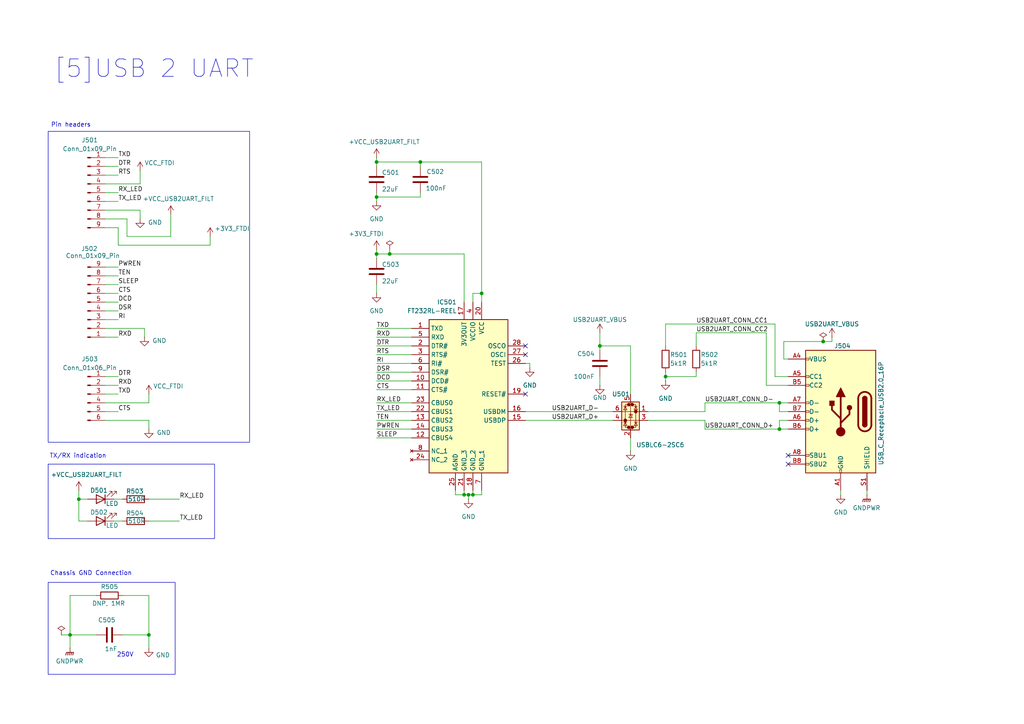
<source format=kicad_sch>
(kicad_sch (version 20250114) (generator "eeschema") (generator_version "9.0")
  (paper "A4")
  (lib_symbols
    (symbol "Connector:Conn_01x06_Pin" (pin_names (offset 1.016) (hide yes))
      (property "Reference" "J" (at 0 7.62 0))
      (property "Value" "Conn_01x06_Pin" (at 0 -10.16 0))
      (symbol "Conn_01x06_Pin_1_1"
        (rectangle (start 0.8636 5.207) (end 0 4.953) (stroke (width 0.1524)) (fill (type outline)))
        (rectangle (start 0.8636 2.667) (end 0 2.413) (stroke (width 0.1524)) (fill (type outline)))
        (rectangle (start 0.8636 0.127) (end 0 -0.127) (stroke (width 0.1524)) (fill (type outline)))
        (rectangle (start 0.8636 -2.413) (end 0 -2.667) (stroke (width 0.1524)) (fill (type outline)))
        (rectangle (start 0.8636 -4.953) (end 0 -5.207) (stroke (width 0.1524)) (fill (type outline)))
        (rectangle (start 0.8636 -7.493) (end 0 -7.747) (stroke (width 0.1524)) (fill (type outline)))
        (polyline (pts (xy 1.27 5.08) (xy 0.8636 5.08)) (stroke (width 0.1524)))
        (polyline (pts (xy 1.27 2.54) (xy 0.8636 2.54)) (stroke (width 0.1524)))
        (polyline (pts (xy 1.27 0) (xy 0.8636 0)) (stroke (width 0.1524)))
        (polyline (pts (xy 1.27 -2.54) (xy 0.8636 -2.54)) (stroke (width 0.1524)))
        (polyline (pts (xy 1.27 -5.08) (xy 0.8636 -5.08)) (stroke (width 0.1524)))
        (polyline (pts (xy 1.27 -7.62) (xy 0.8636 -7.62)) (stroke (width 0.1524)))
        (pin passive line (at 5.08 5.08 180) (length 3.81) (name "Pin_1") (number "1"))
        (pin passive line (at 5.08 2.54 180) (length 3.81) (name "Pin_2") (number "2"))
        (pin passive line (at 5.08 0 180) (length 3.81) (name "Pin_3") (number "3"))
        (pin passive line (at 5.08 -2.54 180) (length 3.81) (name "Pin_4") (number "4"))
        (pin passive line (at 5.08 -5.08 180) (length 3.81) (name "Pin_5") (number "5"))
        (pin passive line (at 5.08 -7.62 180) (length 3.81) (name "Pin_6") (number "6"))
      )
    )
    (symbol "Connector:Conn_01x09_Pin" (pin_names (offset 1.016) (hide yes))
      (property "Reference" "J" (at 0 12.7 0))
      (property "Value" "Conn_01x09_Pin" (at 0 -12.7 0))
      (symbol "Conn_01x09_Pin_1_1"
        (rectangle (start 0.8636 10.287) (end 0 10.033) (stroke (width 0.1524)) (fill (type outline)))
        (rectangle (start 0.8636 7.747) (end 0 7.493) (stroke (width 0.1524)) (fill (type outline)))
        (rectangle (start 0.8636 5.207) (end 0 4.953) (stroke (width 0.1524)) (fill (type outline)))
        (rectangle (start 0.8636 2.667) (end 0 2.413) (stroke (width 0.1524)) (fill (type outline)))
        (rectangle (start 0.8636 0.127) (end 0 -0.127) (stroke (width 0.1524)) (fill (type outline)))
        (rectangle (start 0.8636 -2.413) (end 0 -2.667) (stroke (width 0.1524)) (fill (type outline)))
        (rectangle (start 0.8636 -4.953) (end 0 -5.207) (stroke (width 0.1524)) (fill (type outline)))
        (rectangle (start 0.8636 -7.493) (end 0 -7.747) (stroke (width 0.1524)) (fill (type outline)))
        (rectangle (start 0.8636 -10.033) (end 0 -10.287) (stroke (width 0.1524)) (fill (type outline)))
        (polyline (pts (xy 1.27 10.16) (xy 0.8636 10.16)) (stroke (width 0.1524)))
        (polyline (pts (xy 1.27 7.62) (xy 0.8636 7.62)) (stroke (width 0.1524)))
        (polyline (pts (xy 1.27 5.08) (xy 0.8636 5.08)) (stroke (width 0.1524)))
        (polyline (pts (xy 1.27 2.54) (xy 0.8636 2.54)) (stroke (width 0.1524)))
        (polyline (pts (xy 1.27 0) (xy 0.8636 0)) (stroke (width 0.1524)))
        (polyline (pts (xy 1.27 -2.54) (xy 0.8636 -2.54)) (stroke (width 0.1524)))
        (polyline (pts (xy 1.27 -5.08) (xy 0.8636 -5.08)) (stroke (width 0.1524)))
        (polyline (pts (xy 1.27 -7.62) (xy 0.8636 -7.62)) (stroke (width 0.1524)))
        (polyline (pts (xy 1.27 -10.16) (xy 0.8636 -10.16)) (stroke (width 0.1524)))
        (pin passive line (at 5.08 10.16 180) (length 3.81) (name "Pin_1") (number "1"))
        (pin passive line (at 5.08 7.62 180) (length 3.81) (name "Pin_2") (number "2"))
        (pin passive line (at 5.08 5.08 180) (length 3.81) (name "Pin_3") (number "3"))
        (pin passive line (at 5.08 2.54 180) (length 3.81) (name "Pin_4") (number "4"))
        (pin passive line (at 5.08 0 180) (length 3.81) (name "Pin_5") (number "5"))
        (pin passive line (at 5.08 -2.54 180) (length 3.81) (name "Pin_6") (number "6"))
        (pin passive line (at 5.08 -5.08 180) (length 3.81) (name "Pin_7") (number "7"))
        (pin passive line (at 5.08 -7.62 180) (length 3.81) (name "Pin_8") (number "8"))
        (pin passive line (at 5.08 -10.16 180) (length 3.81) (name "Pin_9") (number "9"))
      )
    )
    (symbol "Connector:USB_C_Receptacle_USB2.0_16P" (pin_names (offset 1.016))
      (property "Reference" "J" (at 0 22.225 0))
      (property "Value" "USB_C_Receptacle_USB2.0_16P" (at 0 19.685 0))
      (symbol "USB_C_Receptacle_USB2.0_16P_0_0"
        (rectangle (start -0.254 -17.78) (end 0.254 -16.764))
        (rectangle (start 10.16 15.494) (end 9.144 14.986))
        (rectangle (start 10.16 10.414) (end 9.144 9.906))
        (rectangle (start 10.16 7.874) (end 9.144 7.366))
        (rectangle (start 10.16 2.794) (end 9.144 2.286))
        (rectangle (start 10.16 0.254) (end 9.144 -0.254))
        (rectangle (start 10.16 -2.286) (end 9.144 -2.794))
        (rectangle (start 10.16 -4.826) (end 9.144 -5.334))
        (rectangle (start 10.16 -12.446) (end 9.144 -12.954))
        (rectangle (start 10.16 -14.986) (end 9.144 -15.494))
      )
      (symbol "USB_C_Receptacle_USB2.0_16P_0_1"
        (rectangle (start -10.16 17.78) (end 10.16 -17.78) (stroke (width 0.254)) (fill (type background)))
        (polyline (pts (xy -8.89 -3.81) (xy -8.89 3.81)) (stroke (width 0.508)))
        (rectangle (start -7.62 -3.81) (end -6.35 3.81) (stroke (width 0.254)) (fill (type outline)))
        (arc (start -7.62 3.81) (mid -6.985 4.4423) (end -6.35 3.81) (stroke (width 0.254)))
        (arc (start -7.62 3.81) (mid -6.985 4.4423) (end -6.35 3.81) (stroke (width 0.254)) (fill (type outline)))
        (arc (start -8.89 3.81) (mid -6.985 5.7067) (end -5.08 3.81) (stroke (width 0.508)))
        (arc (start -5.08 -3.81) (mid -6.985 -5.7067) (end -8.89 -3.81) (stroke (width 0.508)))
        (arc (start -6.35 -3.81) (mid -6.985 -4.4423) (end -7.62 -3.81) (stroke (width 0.254)))
        (arc (start -6.35 -3.81) (mid -6.985 -4.4423) (end -7.62 -3.81) (stroke (width 0.254)) (fill (type outline)))
        (polyline (pts (xy -5.08 3.81) (xy -5.08 -3.81)) (stroke (width 0.508)))
        (circle (center -2.54 1.143) (radius 0.635) (stroke (width 0.254)) (fill (type outline)))
        (polyline (pts (xy -1.27 4.318) (xy 0 6.858) (xy 1.27 4.318) (xy -1.27 4.318)) (stroke (width 0.254)) (fill (type outline)))
        (polyline (pts (xy 0 -2.032) (xy 2.54 0.508) (xy 2.54 1.778)) (stroke (width 0.508)))
        (polyline (pts (xy 0 -3.302) (xy -2.54 -0.762) (xy -2.54 0.508)) (stroke (width 0.508)))
        (polyline (pts (xy 0 -5.842) (xy 0 4.318)) (stroke (width 0.508)))
        (circle (center 0 -5.842) (radius 1.27) (fill (type outline)))
        (rectangle (start 1.905 1.778) (end 3.175 3.048) (stroke (width 0.254)) (fill (type outline)))
      )
      (symbol "USB_C_Receptacle_USB2.0_16P_1_1"
        (pin passive line (at -7.62 -22.86 90) (length 5.08) (name "SHIELD") (number "S1"))
        (pin passive line (at 0 -22.86 90) (length 5.08) (name "GND") (number "A1"))
        (pin passive line (at 0 -22.86 90) (length 5.08) (hide yes) (name "GND") (number "A12"))
        (pin passive line (at 0 -22.86 90) (length 5.08) (hide yes) (name "GND") (number "B1"))
        (pin passive line (at 0 -22.86 90) (length 5.08) (hide yes) (name "GND") (number "B12"))
        (pin passive line (at 15.24 15.24 180) (length 5.08) (name "VBUS") (number "A4"))
        (pin passive line (at 15.24 15.24 180) (length 5.08) (hide yes) (name "VBUS") (number "A9"))
        (pin passive line (at 15.24 15.24 180) (length 5.08) (hide yes) (name "VBUS") (number "B4"))
        (pin passive line (at 15.24 15.24 180) (length 5.08) (hide yes) (name "VBUS") (number "B9"))
        (pin bidirectional line (at 15.24 10.16 180) (length 5.08) (name "CC1") (number "A5"))
        (pin bidirectional line (at 15.24 7.62 180) (length 5.08) (name "CC2") (number "B5"))
        (pin bidirectional line (at 15.24 2.54 180) (length 5.08) (name "D-") (number "A7"))
        (pin bidirectional line (at 15.24 0 180) (length 5.08) (name "D-") (number "B7"))
        (pin bidirectional line (at 15.24 -2.54 180) (length 5.08) (name "D+") (number "A6"))
        (pin bidirectional line (at 15.24 -5.08 180) (length 5.08) (name "D+") (number "B6"))
        (pin bidirectional line (at 15.24 -12.7 180) (length 5.08) (name "SBU1") (number "A8"))
        (pin bidirectional line (at 15.24 -15.24 180) (length 5.08) (name "SBU2") (number "B8"))
      )
    )
    (symbol "Device:C" (pin_numbers (hide yes)) (pin_names (offset 0.254))
      (property "Reference" "C" (at 0.635 2.54 0))
      (property "Value" "C" (at 0.635 -2.54 0))
      (symbol "C_0_1"
        (polyline (pts (xy -2.032 0.762) (xy 2.032 0.762)) (stroke (width 0.508)))
        (polyline (pts (xy -2.032 -0.762) (xy 2.032 -0.762)) (stroke (width 0.508)))
      )
      (symbol "C_1_1"
        (pin passive line (at 0 3.81 270) (length 2.794) (name "~") (number "1"))
        (pin passive line (at 0 -3.81 90) (length 2.794) (name "~") (number "2"))
      )
    )
    (symbol "Device:LED" (pin_numbers (hide yes)) (pin_names (offset 1.016) (hide yes))
      (property "Reference" "D" (at 0 2.54 0))
      (property "Value" "LED" (at 0 -2.54 0))
      (symbol "LED_0_1"
        (polyline (pts (xy -3.048 -0.762) (xy -4.572 -2.286) (xy -3.81 -2.286) (xy -4.572 -2.286) (xy -4.572 -1.524)))
        (polyline (pts (xy -1.778 -0.762) (xy -3.302 -2.286) (xy -2.54 -2.286) (xy -3.302 -2.286) (xy -3.302 -1.524)))
        (polyline (pts (xy -1.27 0) (xy 1.27 0)))
        (polyline (pts (xy -1.27 -1.27) (xy -1.27 1.27)) (stroke (width 0.254)))
        (polyline (pts (xy 1.27 -1.27) (xy 1.27 1.27) (xy -1.27 0) (xy 1.27 -1.27)) (stroke (width 0.254)))
      )
      (symbol "LED_1_1"
        (pin passive line (at -3.81 0 0) (length 2.54) (name "K") (number "1"))
        (pin passive line (at 3.81 0 180) (length 2.54) (name "A") (number "2"))
      )
    )
    (symbol "Device:R" (pin_numbers (hide yes)) (pin_names (offset 0))
      (property "Reference" "R" (at 2.032 0 90))
      (property "Value" "R" (at 0 0 90))
      (symbol "R_0_1"
        (rectangle (start -1.016 -2.54) (end 1.016 2.54) (stroke (width 0.254)))
      )
      (symbol "R_1_1"
        (pin passive line (at 0 3.81 270) (length 1.27) (name "~") (number "1"))
        (pin passive line (at 0 -3.81 90) (length 1.27) (name "~") (number "2"))
      )
    )
    (symbol "GND_4" (power) (pin_numbers (hide yes)) (pin_names (offset 0) (hide yes))
      (property "Value" "GND" (at 0 -3.81 0))
      (symbol "GND_4_0_1"
        (polyline (pts (xy 0 0) (xy 0 -1.27) (xy 1.27 -1.27) (xy 0 -2.54) (xy -1.27 -1.27) (xy 0 -1.27)))
      )
      (symbol "GND_4_1_1"
        (pin power_in line (at 0 0 270) (length 0) (name "~") (number "1"))
      )
    )
    (symbol "GND_5" (power) (pin_numbers (hide yes)) (pin_names (offset 0) (hide yes))
      (property "Value" "GND" (at 0 -3.81 0))
      (symbol "GND_5_0_1"
        (polyline (pts (xy 0 0) (xy 0 -1.27) (xy 1.27 -1.27) (xy 0 -2.54) (xy -1.27 -1.27) (xy 0 -1.27)))
      )
      (symbol "GND_5_1_1"
        (pin power_in line (at 0 0 270) (length 0) (name "~") (number "1"))
      )
    )
    (symbol "GND_6" (power) (pin_numbers (hide yes)) (pin_names (offset 0) (hide yes))
      (property "Value" "GND" (at 0 -3.81 0))
      (symbol "GND_6_0_1"
        (polyline (pts (xy 0 0) (xy 0 -1.27) (xy 1.27 -1.27) (xy 0 -2.54) (xy -1.27 -1.27) (xy 0 -1.27)))
      )
      (symbol "GND_6_1_1"
        (pin power_in line (at 0 0 270) (length 0) (name "~") (number "1"))
      )
    )
    (symbol "GND_7" (power) (pin_numbers (hide yes)) (pin_names (offset 0) (hide yes))
      (property "Value" "GND" (at 0 -3.81 0))
      (symbol "GND_7_0_1"
        (polyline (pts (xy 0 0) (xy 0 -1.27) (xy 1.27 -1.27) (xy 0 -2.54) (xy -1.27 -1.27) (xy 0 -1.27)))
      )
      (symbol "GND_7_1_1"
        (pin power_in line (at 0 0 270) (length 0) (name "~") (number "1"))
      )
    )
    (symbol "Power_Protection:USBLC6-2SC6" (pin_names (hide yes))
      (property "Reference" "U" (at 0.635 5.715 0))
      (property "Value" "USBLC6-2SC6" (at 0.635 3.81 0))
      (symbol "USBLC6-2SC6_0_0"
        (circle (center -1.524 0) (radius 0.0001) (stroke (width 0.508)))
        (circle (center -0.508 2.032) (radius 0.0001) (stroke (width 0.508)))
        (circle (center -0.508 -4.572) (radius 0.0001) (stroke (width 0.508)))
        (circle (center 0.508 2.032) (radius 0.0001) (stroke (width 0.508)))
        (circle (center 0.508 -4.572) (radius 0.0001) (stroke (width 0.508)))
        (circle (center 1.524 -2.54) (radius 0.0001) (stroke (width 0.508)))
      )
      (symbol "USBLC6-2SC6_0_1"
        (polyline (pts (xy -2.54 0) (xy 2.54 0)))
        (polyline (pts (xy -2.54 -2.54) (xy 2.54 -2.54)))
        (polyline (pts (xy -2.032 0.508) (xy -1.016 0.508) (xy -1.524 1.524) (xy -2.032 0.508)))
        (polyline (pts (xy -2.032 -3.048) (xy -1.016 -3.048)))
        (polyline (pts (xy -1.016 1.524) (xy -2.032 1.524)))
        (polyline (pts (xy -1.016 -4.064) (xy -2.032 -4.064) (xy -1.524 -3.048) (xy -1.016 -4.064)))
        (polyline (pts (xy -0.508 -1.143) (xy -0.508 -0.762) (xy 0.508 -0.762)))
        (polyline (pts (xy 0 2.54) (xy -0.508 2.032) (xy 0.508 2.032) (xy 0 1.524) (xy 0 -4.064) (xy -0.508 -4.572) (xy 0.508 -4.572) (xy 0 -5.08)))
        (polyline (pts (xy 0.508 -1.778) (xy -0.508 -1.778) (xy 0 -0.762) (xy 0.508 -1.778)))
        (polyline (pts (xy 1.016 1.524) (xy 2.032 1.524)))
        (polyline (pts (xy 1.016 -3.048) (xy 2.032 -3.048)))
        (polyline (pts (xy 2.032 0.508) (xy 1.016 0.508) (xy 1.524 1.524) (xy 2.032 0.508)))
        (polyline (pts (xy 2.032 -4.064) (xy 1.016 -4.064) (xy 1.524 -3.048) (xy 2.032 -4.064)))
      )
      (symbol "USBLC6-2SC6_1_1"
        (rectangle (start -2.54 2.794) (end 2.54 -5.334) (stroke (width 0.254)) (fill (type background)))
        (polyline (pts (xy -0.508 2.032) (xy -1.524 2.032) (xy -1.524 -4.572) (xy -0.508 -4.572)))
        (polyline (pts (xy 0.508 -4.572) (xy 1.524 -4.572) (xy 1.524 2.032) (xy 0.508 2.032)))
        (pin passive line (at -5.08 0 0) (length 2.54) (name "I/O1") (number "1"))
        (pin passive line (at -5.08 -2.54 0) (length 2.54) (name "I/O2") (number "3"))
        (pin passive line (at 0 5.08 270) (length 2.54) (name "VBUS") (number "5"))
        (pin passive line (at 0 -7.62 90) (length 2.54) (name "GND") (number "2"))
        (pin passive line (at 5.08 0 180) (length 2.54) (name "I/O1") (number "6"))
        (pin passive line (at 5.08 -2.54 180) (length 2.54) (name "I/O2") (number "4"))
      )
    )
    (symbol "power:+5V" (power) (pin_numbers (hide yes)) (pin_names (offset 0) (hide yes))
      (property "Value" "+5V" (at 0 3.556 0))
      (symbol "+5V_0_1"
        (polyline (pts (xy -0.762 1.27) (xy 0 2.54)))
        (polyline (pts (xy 0 2.54) (xy 0.762 1.27)))
        (polyline (pts (xy 0 0) (xy 0 2.54)))
      )
      (symbol "+5V_1_1"
        (pin power_in line (at 0 0 90) (length 0) (name "~") (number "1"))
      )
    )
    (symbol "power:GND" (power) (pin_numbers (hide yes)) (pin_names (offset 0) (hide yes))
      (property "Value" "GND" (at 0 -3.81 0))
      (symbol "GND_0_1"
        (polyline (pts (xy 0 0) (xy 0 -1.27) (xy 1.27 -1.27) (xy 0 -2.54) (xy -1.27 -1.27) (xy 0 -1.27)))
      )
      (symbol "GND_1_1"
        (pin power_in line (at 0 0 270) (length 0) (name "~") (number "1"))
      )
    )
    (symbol "power:GNDPWR" (power) (pin_numbers (hide yes)) (pin_names (offset 0) (hide yes))
      (property "Value" "GNDPWR" (at 0 -3.302 0))
      (symbol "GNDPWR_0_1"
        (polyline (pts (xy -1.016 -1.27) (xy -1.27 -2.032) (xy -1.27 -2.032)) (stroke (width 0.2032)))
        (polyline (pts (xy -0.508 -1.27) (xy -0.762 -2.032) (xy -0.762 -2.032)) (stroke (width 0.2032)))
        (polyline (pts (xy 0 -1.27) (xy 0 0)))
        (polyline (pts (xy 0 -1.27) (xy -0.254 -2.032) (xy -0.254 -2.032)) (stroke (width 0.2032)))
        (polyline (pts (xy 0.508 -1.27) (xy 0.254 -2.032) (xy 0.254 -2.032)) (stroke (width 0.2032)))
        (polyline (pts (xy 1.016 -1.27) (xy -1.016 -1.27) (xy -1.016 -1.27)) (stroke (width 0.2032)))
        (polyline (pts (xy 1.016 -1.27) (xy 0.762 -2.032) (xy 0.762 -2.032) (xy 0.762 -2.032)) (stroke (width 0.2032)))
      )
      (symbol "GNDPWR_1_1"
        (pin power_in line (at 0 0 270) (length 0) (name "~") (number "1"))
      )
    )
    (symbol "power:PWR_FLAG" (power) (pin_numbers (hide yes)) (pin_names (offset 0) (hide yes))
      (property "Value" "PWR_FLAG" (at 0 3.81 0))
      (symbol "PWR_FLAG_0_0"
        (pin power_out line (at 0 0 90) (length 0) (name "~") (number "1"))
      )
      (symbol "PWR_FLAG_0_1"
        (polyline (pts (xy 0 0) (xy 0 1.27) (xy -1.016 1.905) (xy 0 2.54) (xy 1.016 1.905) (xy 0 1.27)))
      )
    )
    (symbol "power:VBUS" (power) (pin_numbers (hide yes)) (pin_names (offset 0) (hide yes))
      (property "Value" "VBUS" (at 0 3.556 0))
      (symbol "VBUS_0_1"
        (polyline (pts (xy -0.762 1.27) (xy 0 2.54)))
        (polyline (pts (xy 0 2.54) (xy 0.762 1.27)))
        (polyline (pts (xy 0 0) (xy 0 2.54)))
      )
      (symbol "VBUS_1_1"
        (pin power_in line (at 0 0 90) (length 0) (name "~") (number "1"))
      )
    )
    (symbol "psu:FT232RL-REEL"
      (property "Reference" "IC" (at 24.13 5.08 0))
      (property "Value" "FT232RL-REEL" (at 24.13 2.54 0))
      (symbol "FT232RL-REEL_1_1"
        (rectangle (start 0 0) (end 22.86 -44.45) (stroke (width 0.254)) (fill (type background)))
        (pin passive line (at -5.08 -7.62 0) (length 5.08) (name "OSCO") (number "28"))
        (pin passive line (at -5.08 -10.16 0) (length 5.08) (name "OSCI") (number "27"))
        (pin passive line (at -5.08 -12.7 0) (length 5.08) (name "TEST") (number "26"))
        (pin passive line (at -5.08 -21.59 0) (length 5.08) (name "RESET#") (number "19"))
        (pin passive line (at -5.08 -26.67 0) (length 5.08) (name "USBDM") (number "16"))
        (pin passive line (at -5.08 -29.21 0) (length 5.08) (name "USBDP") (number "15"))
        (pin passive line (at 7.62 5.08 270) (length 5.08) (name "VCC") (number "20"))
        (pin passive line (at 7.62 -49.53 90) (length 5.08) (name "GND_1") (number "7"))
        (pin passive line (at 10.16 5.08 270) (length 5.08) (name "VCCIO") (number "4"))
        (pin passive line (at 10.16 -49.53 90) (length 5.08) (name "GND_2") (number "18"))
        (pin passive line (at 12.7 5.08 270) (length 5.08) (name "3V3OUT") (number "17"))
        (pin passive line (at 12.7 -49.53 90) (length 5.08) (name "GND_3") (number "21"))
        (pin passive line (at 15.24 -49.53 90) (length 5.08) (name "AGND") (number "25"))
        (pin passive line (at 27.94 -2.54 180) (length 5.08) (name "TXD") (number "1"))
        (pin passive line (at 27.94 -5.08 180) (length 5.08) (name "RXD") (number "5"))
        (pin passive line (at 27.94 -7.62 180) (length 5.08) (name "DTR#") (number "2"))
        (pin passive line (at 27.94 -10.16 180) (length 5.08) (name "RTS#") (number "3"))
        (pin passive line (at 27.94 -12.7 180) (length 5.08) (name "RI#") (number "6"))
        (pin passive line (at 27.94 -15.24 180) (length 5.08) (name "DSR#") (number "9"))
        (pin passive line (at 27.94 -17.78 180) (length 5.08) (name "DCD#") (number "10"))
        (pin passive line (at 27.94 -20.32 180) (length 5.08) (name "CTS#") (number "11"))
        (pin passive line (at 27.94 -24.13 180) (length 5.08) (name "CBUS0") (number "23"))
        (pin passive line (at 27.94 -26.67 180) (length 5.08) (name "CBUS1") (number "22"))
        (pin passive line (at 27.94 -29.21 180) (length 5.08) (name "CBUS2") (number "13"))
        (pin passive line (at 27.94 -31.75 180) (length 5.08) (name "CBUS3") (number "14"))
        (pin passive line (at 27.94 -34.29 180) (length 5.08) (name "CBUS4") (number "12"))
        (pin no_connect line (at 27.94 -38.1 180) (length 5.08) (name "NC_1") (number "8"))
        (pin no_connect line (at 27.94 -40.64 180) (length 5.08) (name "NC_2") (number "24"))
      )
    )
  )
  (rectangle (start 13.97 134.62) (end 62.23 156.21))
  (rectangle (start 13.97 168.91) (end 50.8 195.58))
  (rectangle (start 13.97 38.1) (end 72.39 128.27))
  (text "Chassis GND Connection" (at 26.416 166.37 0) (effects (font (size 1.27 1.27))))
  (text "[5]USB 2 UART" (at 44.704 20.066 0) (effects (font (size 5.08 5.08))))
  (text "Pin headers" (at 20.574 36.322 0) (effects (font (size 1.27 1.27))))
  (text "250V" (at 36.322 189.992 0) (effects (font (size 1.27 1.27))))
  (text "TX/RX indication" (at 22.606 132.334 0) (effects (font (size 1.27 1.27))))
  (junction (at 226.06 116.84))
  (junction (at 226.06 124.46))
  (junction (at 137.16 143.51))
  (junction (at 113.03 73.66))
  (junction (at 173.99 100.33))
  (junction (at 121.92 46.99))
  (junction (at 109.22 57.15))
  (junction (at 43.18 184.15))
  (junction (at 109.22 73.66))
  (junction (at 238.76 99.06))
  (junction (at 20.32 184.15))
  (junction (at 22.86 144.78))
  (junction (at 193.04 109.22))
  (junction (at 109.22 46.99))
  (junction (at 139.7 85.09))
  (junction (at 135.89 143.51))
  (junction (at 134.62 143.51))
  (no_connect (at 228.6 134.62))
  (no_connect (at 152.4 100.33))
  (no_connect (at 152.4 102.87))
  (no_connect (at 228.6 132.08))
  (no_connect (at 152.4 114.3))
  (wire (pts (xy 137.16 87.63) (xy 137.16 85.09)))
  (wire (pts (xy 43.18 151.13) (xy 52.07 151.13)))
  (wire (pts (xy 251.46 142.24) (xy 251.46 143.51)))
  (wire (pts (xy 43.18 144.78) (xy 52.07 144.78)))
  (wire (pts (xy 35.56 172.72) (xy 43.18 172.72)))
  (wire (pts (xy 35.56 184.15) (xy 43.18 184.15)))
  (wire (pts (xy 36.83 63.5) (xy 36.83 68.58)))
  (wire (pts (xy 226.06 121.92) (xy 226.06 124.46)))
  (wire (pts (xy 132.08 142.24) (xy 132.08 143.51)))
  (wire (pts (xy 30.48 77.47) (xy 34.29 77.47)))
  (wire (pts (xy 109.22 127) (xy 119.38 127)))
  (wire (pts (xy 109.22 121.92) (xy 119.38 121.92)))
  (wire (pts (xy 109.22 57.15) (xy 121.92 57.15)))
  (wire (pts (xy 41.91 95.25) (xy 41.91 97.79)))
  (wire (pts (xy 43.18 121.92) (xy 43.18 124.46)))
  (wire (pts (xy 109.22 82.55) (xy 109.22 85.09)))
  (wire (pts (xy 30.48 53.34) (xy 40.64 53.34)))
  (wire (pts (xy 30.48 66.04) (xy 34.29 66.04)))
  (wire (pts (xy 20.32 184.15) (xy 27.94 184.15)))
  (wire (pts (xy 30.48 109.22) (xy 34.29 109.22)))
  (wire (pts (xy 109.22 100.33) (xy 119.38 100.33)))
  (wire (pts (xy 173.99 111.76) (xy 173.99 109.22)))
  (wire (pts (xy 109.22 110.49) (xy 119.38 110.49)))
  (wire (pts (xy 30.48 116.84) (xy 43.18 116.84)))
  (wire (pts (xy 109.22 113.03) (xy 119.38 113.03)))
  (wire (pts (xy 20.32 184.15) (xy 20.32 172.72)))
  (wire (pts (xy 109.22 124.46) (xy 119.38 124.46)))
  (wire (pts (xy 109.22 95.25) (xy 119.38 95.25)))
  (wire (pts (xy 109.22 46.99) (xy 121.92 46.99)))
  (wire (pts (xy 34.29 71.12) (xy 60.96 71.12)))
  (wire (pts (xy 113.03 72.39) (xy 113.03 73.66)))
  (wire (pts (xy 182.88 100.33) (xy 173.99 100.33)))
  (wire (pts (xy 30.48 119.38) (xy 34.29 119.38)))
  (wire (pts (xy 121.92 48.26) (xy 121.92 46.99)))
  (wire (pts (xy 25.4 151.13) (xy 22.86 151.13)))
  (wire (pts (xy 60.96 68.58) (xy 60.96 71.12)))
  (wire (pts (xy 139.7 87.63) (xy 139.7 85.09)))
  (wire (pts (xy 137.16 143.51) (xy 139.7 143.51)))
  (wire (pts (xy 204.47 119.38) (xy 204.47 116.84)))
  (wire (pts (xy 228.6 109.22) (xy 224.79 109.22)))
  (wire (pts (xy 173.99 100.33) (xy 173.99 101.6)))
  (wire (pts (xy 30.48 60.96) (xy 40.64 60.96)))
  (wire (pts (xy 30.48 95.25) (xy 41.91 95.25)))
  (wire (pts (xy 30.48 85.09) (xy 34.29 85.09)))
  (wire (pts (xy 30.48 82.55) (xy 34.29 82.55)))
  (wire (pts (xy 201.93 109.22) (xy 201.93 107.95)))
  (wire (pts (xy 228.6 111.76) (xy 222.25 111.76)))
  (wire (pts (xy 193.04 93.98) (xy 224.79 93.98)))
  (wire (pts (xy 193.04 100.33) (xy 193.04 93.98)))
  (wire (pts (xy 228.6 121.92) (xy 226.06 121.92)))
  (wire (pts (xy 109.22 46.99) (xy 109.22 48.26)))
  (wire (pts (xy 36.83 68.58) (xy 49.53 68.58)))
  (wire (pts (xy 34.29 66.04) (xy 34.29 71.12)))
  (wire (pts (xy 30.48 97.79) (xy 34.29 97.79)))
  (wire (pts (xy 30.48 50.8) (xy 34.29 50.8)))
  (wire (pts (xy 238.76 99.06) (xy 227.33 99.06)))
  (wire (pts (xy 30.48 114.3) (xy 34.29 114.3)))
  (wire (pts (xy 49.53 62.23) (xy 49.53 68.58)))
  (wire (pts (xy 121.92 46.99) (xy 139.7 46.99)))
  (wire (pts (xy 152.4 121.92) (xy 177.8 121.92)))
  (wire (pts (xy 201.93 100.33) (xy 201.93 96.52)))
  (wire (pts (xy 22.86 144.78) (xy 25.4 144.78)))
  (wire (pts (xy 43.18 184.15) (xy 43.18 187.96)))
  (wire (pts (xy 135.89 143.51) (xy 135.89 144.78)))
  (wire (pts (xy 204.47 116.84) (xy 226.06 116.84)))
  (wire (pts (xy 227.33 99.06) (xy 227.33 104.14)))
  (wire (pts (xy 134.62 73.66) (xy 113.03 73.66)))
  (wire (pts (xy 139.7 85.09) (xy 139.7 46.99)))
  (wire (pts (xy 109.22 102.87) (xy 119.38 102.87)))
  (wire (pts (xy 30.48 45.72) (xy 34.29 45.72)))
  (wire (pts (xy 241.3 97.79) (xy 241.3 99.06)))
  (wire (pts (xy 30.48 121.92) (xy 43.18 121.92)))
  (wire (pts (xy 109.22 119.38) (xy 119.38 119.38)))
  (wire (pts (xy 201.93 96.52) (xy 222.25 96.52)))
  (wire (pts (xy 40.64 60.96) (xy 40.64 63.5)))
  (wire (pts (xy 187.96 121.92) (xy 204.47 121.92)))
  (wire (pts (xy 226.06 124.46) (xy 228.6 124.46)))
  (wire (pts (xy 152.4 119.38) (xy 177.8 119.38)))
  (wire (pts (xy 204.47 124.46) (xy 226.06 124.46)))
  (wire (pts (xy 224.79 109.22) (xy 224.79 93.98)))
  (wire (pts (xy 182.88 127) (xy 182.88 130.81)))
  (wire (pts (xy 109.22 55.88) (xy 109.22 57.15)))
  (wire (pts (xy 134.62 143.51) (xy 135.89 143.51)))
  (wire (pts (xy 134.62 87.63) (xy 134.62 73.66)))
  (wire (pts (xy 30.48 111.76) (xy 34.29 111.76)))
  (wire (pts (xy 193.04 109.22) (xy 193.04 107.95)))
  (wire (pts (xy 182.88 114.3) (xy 182.88 100.33)))
  (wire (pts (xy 109.22 72.39) (xy 109.22 73.66)))
  (wire (pts (xy 30.48 80.01) (xy 34.29 80.01)))
  (wire (pts (xy 222.25 111.76) (xy 222.25 96.52)))
  (wire (pts (xy 132.08 143.51) (xy 134.62 143.51)))
  (wire (pts (xy 187.96 119.38) (xy 204.47 119.38)))
  (wire (pts (xy 109.22 97.79) (xy 119.38 97.79)))
  (wire (pts (xy 226.06 119.38) (xy 226.06 116.84)))
  (wire (pts (xy 33.02 151.13) (xy 35.56 151.13)))
  (wire (pts (xy 20.32 184.15) (xy 20.32 187.96)))
  (wire (pts (xy 113.03 73.66) (xy 109.22 73.66)))
  (wire (pts (xy 193.04 109.22) (xy 201.93 109.22)))
  (wire (pts (xy 17.78 184.15) (xy 20.32 184.15)))
  (wire (pts (xy 193.04 110.49) (xy 193.04 109.22)))
  (wire (pts (xy 33.02 144.78) (xy 35.56 144.78)))
  (wire (pts (xy 173.99 96.52) (xy 173.99 100.33)))
  (wire (pts (xy 109.22 105.41) (xy 119.38 105.41)))
  (wire (pts (xy 30.48 63.5) (xy 36.83 63.5)))
  (wire (pts (xy 137.16 142.24) (xy 137.16 143.51)))
  (wire (pts (xy 241.3 99.06) (xy 238.76 99.06)))
  (wire (pts (xy 22.86 151.13) (xy 22.86 144.78)))
  (wire (pts (xy 22.86 142.24) (xy 22.86 144.78)))
  (wire (pts (xy 30.48 48.26) (xy 34.29 48.26)))
  (wire (pts (xy 109.22 57.15) (xy 109.22 58.42)))
  (wire (pts (xy 40.64 53.34) (xy 40.64 49.53)))
  (wire (pts (xy 139.7 142.24) (xy 139.7 143.51)))
  (wire (pts (xy 134.62 142.24) (xy 134.62 143.51)))
  (wire (pts (xy 43.18 172.72) (xy 43.18 184.15)))
  (wire (pts (xy 30.48 58.42) (xy 34.29 58.42)))
  (wire (pts (xy 153.67 105.41) (xy 153.67 106.68)))
  (wire (pts (xy 204.47 121.92) (xy 204.47 124.46)))
  (wire (pts (xy 228.6 119.38) (xy 226.06 119.38)))
  (wire (pts (xy 43.18 116.84) (xy 43.18 114.3)))
  (wire (pts (xy 109.22 45.72) (xy 109.22 46.99)))
  (wire (pts (xy 137.16 85.09) (xy 139.7 85.09)))
  (wire (pts (xy 152.4 105.41) (xy 153.67 105.41)))
  (wire (pts (xy 109.22 107.95) (xy 119.38 107.95)))
  (wire (pts (xy 30.48 92.71) (xy 34.29 92.71)))
  (wire (pts (xy 121.92 55.88) (xy 121.92 57.15)))
  (wire (pts (xy 226.06 116.84) (xy 228.6 116.84)))
  (wire (pts (xy 30.48 87.63) (xy 34.29 87.63)))
  (wire (pts (xy 243.84 143.51) (xy 243.84 142.24)))
  (wire (pts (xy 227.33 104.14) (xy 228.6 104.14)))
  (wire (pts (xy 30.48 90.17) (xy 34.29 90.17)))
  (wire (pts (xy 109.22 73.66) (xy 109.22 74.93)))
  (wire (pts (xy 20.32 172.72) (xy 27.94 172.72)))
  (wire (pts (xy 135.89 143.51) (xy 137.16 143.51)))
  (wire (pts (xy 30.48 55.88) (xy 34.29 55.88)))
  (wire (pts (xy 109.22 116.84) (xy 119.38 116.84)))
  (label "RI" (at 34.29 92.71 0))
  (label "SLEEP" (at 34.29 82.55 0))
  (label "CTS" (at 34.29 85.09 0))
  (label "USB2UART_D+" (at 160.02 121.92 0))
  (label "TXD" (at 34.29 114.3 0))
  (label "TX_LED" (at 109.22 119.38 0))
  (label "TX_LED" (at 34.29 58.42 0))
  (label "DCD" (at 34.29 87.63 0))
  (label "USB2UART_CONN_D+" (at 204.47 124.46 0))
  (label "DSR" (at 34.29 90.17 0))
  (label "PWREN" (at 109.22 124.46 0))
  (label "DTR" (at 109.22 100.33 0))
  (label "RI" (at 109.22 105.41 0))
  (label "USB2UART_CONN_CC2" (at 201.93 96.52 0))
  (label "DTR" (at 34.29 48.26 0))
  (label "PWREN" (at 34.29 77.47 0))
  (label "RXD" (at 34.29 111.76 0))
  (label "USB2UART_D-" (at 160.02 119.38 0))
  (label "DTR" (at 34.29 109.22 0))
  (label "SLEEP" (at 109.22 127 0))
  (label "TEN" (at 34.29 80.01 0))
  (label "RXD" (at 109.22 97.79 0))
  (label "RTS" (at 109.22 102.87 0))
  (label "RX_LED" (at 34.29 55.88 0))
  (label "TX_LED" (at 52.07 151.13 0))
  (label "USB2UART_CONN_CC1" (at 201.93 93.98 0))
  (label "TXD" (at 109.22 95.25 0))
  (label "DCD" (at 109.22 110.49 0))
  (label "RX_LED" (at 109.22 116.84 0))
  (label "TXD" (at 34.29 45.72 0))
  (label "DSR" (at 109.22 107.95 0))
  (label "RTS" (at 34.29 50.8 0))
  (label "CTS" (at 34.29 119.38 0))
  (label "USB2UART_CONN_D-" (at 204.47 116.84 0))
  (label "RX_LED" (at 52.07 144.78 0))
  (label "CTS" (at 109.22 113.03 0))
  (label "TEN" (at 109.22 121.92 0))
  (label "RXD" (at 34.29 97.79 0))
  (symbol (lib_id "power:VBUS") (at 241.3 97.79 0) (unit 1)
    (property "Reference" "#PWR0511" (effects (hide yes)))
    (property "Value" "USB2UART_VBUS" (at 241.3 93.98 0))
    (property "Description" "Power symbol creates a global label with name \"VBUS\"" (effects (hide yes)))
  )
  (symbol (lib_id "Device:R") (at 201.93 104.14 0) (unit 1)
    (property "Reference" "R502" (at 203.2 102.87 0) (effects (justify left)))
    (property "Value" "5k1R" (at 203.2 105.41 0) (effects (justify left)))
    (property "Footprint" "Resistor_SMD:R_0402_1005Metric" (effects (hide yes)))
    (property "LCSC link" "https://www.lcsc.com/product-detail/Chip-Resistor-Surface-Mount_UNI-ROYAL-Uniroyal-Elec-0402WGF5101TCE_C25905.html" (effects (hide yes)))
    (property "Manufacturer" "UNI-ROYAL(Uniroyal Elec)" (effects (hide yes)))
    (property "Manufacturer Part Number" "0402WGF5101TCE" (effects (hide yes)))
  )
  (symbol (lib_id "Device:R") (at 193.04 104.14 0) (unit 1)
    (property "Reference" "R501" (at 194.31 102.87 0) (effects (justify left)))
    (property "Value" "5k1R" (at 194.31 105.41 0) (effects (justify left)))
    (property "Footprint" "Resistor_SMD:R_0402_1005Metric" (effects (hide yes)))
    (property "LCSC link" "https://www.lcsc.com/product-detail/Chip-Resistor-Surface-Mount_UNI-ROYAL-Uniroyal-Elec-0402WGF5101TCE_C25905.html" (effects (hide yes)))
    (property "Manufacturer" "UNI-ROYAL(Uniroyal Elec)" (effects (hide yes)))
    (property "Manufacturer Part Number" "0402WGF5101TCE" (effects (hide yes)))
  )
  (symbol (lib_id "Device:C") (at 109.22 52.07 0) (unit 1)
    (property "Reference" "C501" (at 110.744 50.038 0) (effects (justify left)))
    (property "Value" "22uF" (at 110.744 54.864 0) (effects (justify left)))
    (property "Footprint" "Capacitor_SMD:C_0805_2012Metric" (effects (hide yes)))
    (property "Manufacturer" "Samsung Electro-Mechanics" (effects (hide yes)))
    (property "DigiKey Part Number" "1276-6687-6-ND" (effects (hide yes)))
    (property "Manufacturer Product Number" "CL21A226MQQNNNE" (effects (hide yes)))
  )
  (symbol (lib_id "Device:LED") (at 29.21 144.78 180) (unit 1)
    (property "Reference" "D501" (at 28.702 142.24 0))
    (property "Value" "LED" (at 32.512 146.05 0))
    (property "Footprint" "LED_SMD:LED_0603_1608Metric" (effects (hide yes)))
    (property "Description" "Light emitting diode" (effects (hide yes)))
    (property "Sim.Pins" "1=K 2=A" (effects (hide yes)))
    (property "Manufacturer" "XINGLIGHT" (effects (hide yes)))
    (property "Manufacturer Part Number" "XL-1608SURC-06" (effects (hide yes)))
  )
  (symbol (lib_name "GND_4") (lib_id "power:GND") (at 243.84 143.51 0) (unit 1)
    (property "Reference" "#PWR0519" (effects (hide yes)))
    (property "Value" "GND" (at 243.84 148.59 0))
    (property "Description" "Power symbol creates a global label with name \"GND\" , ground" (effects (hide yes)))
  )
  (symbol (lib_name "GND_5") (lib_id "power:GND") (at 193.04 110.49 0) (unit 1)
    (property "Reference" "#PWR0513" (effects (hide yes)))
    (property "Value" "GND" (at 193.04 115.57 0))
    (property "Description" "Power symbol creates a global label with name \"GND\" , ground" (effects (hide yes)))
  )
  (symbol (lib_id "Connector:USB_C_Receptacle_USB2.0_16P") (at 243.84 119.38 0) (mirror y) (unit 1)
    (property "Reference" "J504" (at 244.348 100.33 0))
    (property "Value" "USB_C_Receptacle_USB2.0_16P" (at 255.524 119.888 90))
    (property "Footprint" "Connector_USB:USB_C_Receptacle_HRO_TYPE-C-31-M-12" (effects (hide yes)))
    (property "Datasheet" "https://www.usb.org/sites/default/files/documents/usb_type-c.zip" (effects (hide yes)))
    (property "Description" "USB 2.0-only 16P Type-C Receptacle connector" (effects (hide yes)))
    (property "Manufacturer" "Korean Hroparts Elec" (effects (hide yes)))
    (property "Manufacturer Part Number" "TYPE-C-31-M-12" (effects (hide yes)))
  )
  (symbol (lib_id "Connector:Conn_01x09_Pin") (at 25.4 87.63 0) (mirror x) (unit 1)
    (property "Reference" "J502" (at 25.908 72.136 0))
    (property "Value" "Conn_01x09_Pin" (at 26.924 74.168 0))
    (property "Footprint" "Connector_PinHeader_2.54mm:PinHeader_1x09_P2.54mm_Vertical" (effects (hide yes)))
    (property "Description" "Generic connector, single row, 01x09, script generated" (effects (hide yes)))
  )
  (symbol (lib_id "psu:FT232RL-REEL") (at 147.32 92.71 0) (mirror y) (unit 1)
    (property "Reference" "IC501" (at 132.4767 87.63 0) (effects (justify left)))
    (property "Value" "FT232RL-REEL" (at 132.4767 90.17 0) (effects (justify left)))
    (property "Footprint" "psu:SOP65P778X200-28N" (effects (hide yes)))
    (property "Datasheet" "http://www.ftdichip.com/Support/Documents/DataSheets/ICs/DS_FT232R.pdf" (effects (hide yes)))
    (property "Description" "USB/Serial IC UART SSOP-28 FTDI Chip FT232RL-REEL, USB Controller, 3MBd, USB 2.0, 1.8  5.25 V, 28-Pin SSOP" (effects (hide yes)))
    (property "Height" "2" (effects (hide yes)))
    (property "Manufacturer_Name" "FTDI Chip" (effects (hide yes)))
    (property "Manufacturer_Part_Number" "FT232RL-REEL" (effects (hide yes)))
    (property "Mouser Part Number" "895-FT232RL" (effects (hide yes)))
    (property "Mouser Price/Stock" "https://www.mouser.co.uk/ProductDetail/FTDI/FT232RL-REEL?qs=D1%2FPMqvA103RC6OU6bKtoA%3D%3D" (effects (hide yes)))
    (property "Arrow Part Number" "FT232RL-REEL" (effects (hide yes)))
    (property "Arrow Price/Stock" "https://www.arrow.com/en/products/ft232rl-reel/ftdi-chip?utm_currency=USD&region=nac" (effects (hide yes)))
  )
  (symbol (lib_id "power:PWR_FLAG") (at 113.03 72.39 0) (unit 1)
    (property "Reference" "#FLG0501" (effects (hide yes)))
    (property "Value" "PWR_FLAG" (effects (hide yes)))
    (property "Description" "Special symbol for telling ERC where power comes from" (effects (hide yes)))
  )
  (symbol (lib_id "Device:R") (at 39.37 151.13 270) (unit 1)
    (property "Reference" "R504" (at 39.116 148.844 90))
    (property "Value" "510R" (at 39.624 151.13 90))
    (property "Footprint" "Resistor_SMD:R_0402_1005Metric" (effects (hide yes)))
    (property "Description" "Resistor" (effects (hide yes)))
    (property "Manufacturer" "UNI-ROYAL(Uniroyal Elec)" (effects (hide yes)))
    (property "Manufacturer Part Number" "0402WGF5100TCE" (effects (hide yes)))
  )
  (symbol (lib_id "Connector:Conn_01x06_Pin") (at 25.4 114.3 0) (unit 1)
    (property "Reference" "J503" (at 26.035 104.14 0))
    (property "Value" "Conn_01x06_Pin" (at 26.035 106.68 0))
    (property "Footprint" "Connector_PinHeader_2.54mm:PinHeader_1x06_P2.54mm_Vertical" (effects (hide yes)))
    (property "Description" "Generic connector, single row, 01x06, script generated" (effects (hide yes)))
  )
  (symbol (lib_name "GND_5") (lib_id "power:GND") (at 153.67 106.68 0) (unit 1)
    (property "Reference" "#PWR0512" (effects (hide yes)))
    (property "Value" "GND" (at 153.67 111.76 0))
    (property "Description" "Power symbol creates a global label with name \"GND\" , ground" (effects (hide yes)))
  )
  (symbol (lib_id "Device:C") (at 109.22 78.74 0) (unit 1)
    (property "Reference" "C503" (at 110.744 76.708 0) (effects (justify left)))
    (property "Value" "22uF" (at 110.744 81.534 0) (effects (justify left)))
    (property "Footprint" "Capacitor_SMD:C_0805_2012Metric" (effects (hide yes)))
    (property "Manufacturer" "Samsung Electro-Mechanics" (effects (hide yes)))
    (property "DigiKey Part Number" "1276-6687-6-ND" (effects (hide yes)))
    (property "Manufacturer Product Number" "CL21A226MQQNNNE" (effects (hide yes)))
  )
  (symbol (lib_id "power:GND") (at 41.91 97.79 0) (mirror y) (unit 1)
    (property "Reference" "#PWR0510" (effects (hide yes)))
    (property "Value" "GND" (at 46.228 98.806 0))
    (property "Description" "Power symbol creates a global label with name \"GND\" , ground" (effects (hide yes)))
  )
  (symbol (lib_id "power:+5V") (at 40.64 49.53 0) (unit 1)
    (property "Reference" "#PWR0502" (effects (hide yes)))
    (property "Value" "VCC_FTDI" (at 41.91 47.244 0) (effects (justify left)))
    (property "Description" "Power symbol creates a global label with name \"+5V\"" (effects (hide yes)))
  )
  (symbol (lib_id "power:GNDPWR") (at 20.32 187.96 0) (unit 1)
    (property "Reference" "#PWR0522" (effects (hide yes)))
    (property "Value" "GNDPWR" (at 20.193 191.77 0))
    (property "Description" "Power symbol creates a global label with name \"GNDPWR\" , global ground" (effects (hide yes)))
  )
  (symbol (lib_name "GND_7") (lib_id "power:GND") (at 109.22 58.42 0) (unit 1)
    (property "Reference" "#PWR0503" (effects (hide yes)))
    (property "Value" "GND" (at 109.22 63.5 0))
    (property "Description" "Power symbol creates a global label with name \"GND\" , ground" (effects (hide yes)))
  )
  (symbol (lib_id "power:PWR_FLAG") (at 17.78 184.15 0) (unit 1)
    (property "Reference" "#FLG0503" (effects (hide yes)))
    (property "Value" "PWR_FLAG" (effects (hide yes)))
    (property "Description" "Special symbol for telling ERC where power comes from" (effects (hide yes)))
  )
  (symbol (lib_id "power:GNDPWR") (at 251.46 143.51 0) (unit 1)
    (property "Reference" "#PWR0520" (effects (hide yes)))
    (property "Value" "GNDPWR" (at 251.333 147.32 0))
    (property "Description" "Power symbol creates a global label with name \"GNDPWR\" , global ground" (effects (hide yes)))
  )
  (symbol (lib_id "power:GND") (at 43.18 124.46 0) (mirror y) (unit 1)
    (property "Reference" "#PWR0516" (effects (hide yes)))
    (property "Value" "GND" (at 47.498 125.476 0))
    (property "Description" "Power symbol creates a global label with name \"GND\" , ground" (effects (hide yes)))
  )
  (symbol (lib_id "power:+5V") (at 49.53 62.23 0) (unit 1)
    (property "Reference" "#PWR0506" (effects (hide yes)))
    (property "Value" "+VCC_USB2UART_FILT" (at 41.402 57.658 0) (effects (justify left)))
    (property "Description" "Power symbol creates a global label with name \"+5V\"" (effects (hide yes)))
  )
  (symbol (lib_name "GND_7") (lib_id "power:GND") (at 109.22 85.09 0) (unit 1)
    (property "Reference" "#PWR0508" (effects (hide yes)))
    (property "Value" "GND" (at 109.22 90.17 0))
    (property "Description" "Power symbol creates a global label with name \"GND\" , ground" (effects (hide yes)))
  )
  (symbol (lib_name "GND_6") (lib_id "power:GND") (at 173.99 111.76 0) (mirror y) (unit 1)
    (property "Reference" "#PWR0514" (effects (hide yes)))
    (property "Value" "GND" (at 173.99 115.316 0))
    (property "Description" "Power symbol creates a global label with name \"GND\" , ground" (effects (hide yes)))
  )
  (symbol (lib_id "power:GND") (at 43.18 187.96 0) (unit 1)
    (property "Reference" "#PWR0523" (effects (hide yes)))
    (property "Value" "GND" (at 47.244 189.992 0))
    (property "Description" "Power symbol creates a global label with name \"GND\" , ground" (effects (hide yes)))
  )
  (symbol (lib_id "Power_Protection:USBLC6-2SC6") (at 182.88 119.38 0) (mirror y) (unit 1)
    (property "Reference" "U501" (at 180.086 114.3 0))
    (property "Value" "USBLC6-2SC6" (at 191.516 129.032 0))
    (property "Footprint" "Package_TO_SOT_SMD:SOT-23-6" (effects (hide yes)))
    (property "Datasheet" "https://www.st.com/resource/en/datasheet/usblc6-2.pdf" (effects (hide yes)))
    (property "Manufacturer" "STMicroelectronics" (effects (hide yes)))
    (property "DigiKey Part Number" "497-5235-6-ND" (effects (hide yes)))
    (property "Manufacturer Part Number" "USBLC6-2SC6" (effects (hide yes)))
  )
  (symbol (lib_id "power:+5V") (at 109.22 72.39 0) (unit 1)
    (property "Reference" "#PWR0505" (effects (hide yes)))
    (property "Value" "+3V3_FTDI" (at 101.092 67.818 0) (effects (justify left)))
    (property "Description" "Power symbol creates a global label with name \"+5V\"" (effects (hide yes)))
  )
  (symbol (lib_id "power:VBUS") (at 173.99 96.52 0) (unit 1)
    (property "Reference" "#PWR0509" (effects (hide yes)))
    (property "Value" "USB2UART_VBUS" (at 173.99 92.71 0))
    (property "Description" "Power symbol creates a global label with name \"VBUS\"" (effects (hide yes)))
  )
  (symbol (lib_id "Device:C") (at 31.75 184.15 90) (unit 1)
    (property "Reference" "C505" (at 33.528 179.832 90) (effects (justify left)))
    (property "Value" "1nF" (at 34.036 188.214 90) (effects (justify left)))
    (property "Footprint" "Capacitor_SMD:C_0603_1608Metric" (effects (hide yes)))
    (property "Description" "Unpolarized capacitor" (effects (hide yes)))
    (property "Manufacturer" "YAGEO" (effects (hide yes)))
    (property "Manufacturer Part Number" "CC0603KRX7RYBB102" (effects (hide yes)))
  )
  (symbol (lib_id "Device:C") (at 121.92 52.07 0) (unit 1)
    (property "Reference" "C502" (at 123.698 49.784 0) (effects (justify left)))
    (property "Value" "100nF" (at 123.444 54.61 0) (effects (justify left)))
    (property "Footprint" "Capacitor_SMD:C_0402_1005Metric" (effects (hide yes)))
    (property "Manufacturer" "Samsung Electro-Mechanics" (effects (hide yes)))
    (property "DigiKey Part Number" "1276-1002-6-ND" (effects (hide yes)))
    (property "Manufacturer Part Number" "CL05B104KO5NNNC" (effects (hide yes)))
  )
  (symbol (lib_id "Device:R") (at 31.75 172.72 90) (unit 1)
    (property "Reference" "R505" (at 31.75 170.18 90))
    (property "Value" "DNP, 1MR" (at 31.496 175.006 90))
    (property "Footprint" "Resistor_SMD:R_0603_1608Metric" (effects (hide yes)))
    (property "Description" "Resistor" (effects (hide yes)))
    (property "Manufacturer" "UNI-ROYAL(Uniroyal Elec)" (effects (hide yes)))
    (property "Manufacturer Part Number" "0603WAF1004T5E" (effects (hide yes)))
  )
  (symbol (lib_name "GND_7") (lib_id "power:GND") (at 182.88 130.81 0) (unit 1)
    (property "Reference" "#PWR0517" (effects (hide yes)))
    (property "Value" "GND" (at 182.88 135.89 0))
    (property "Description" "Power symbol creates a global label with name \"GND\" , ground" (effects (hide yes)))
  )
  (symbol (lib_id "power:GND") (at 40.64 63.5 0) (mirror y) (unit 1)
    (property "Reference" "#PWR0504" (effects (hide yes)))
    (property "Value" "GND" (at 44.958 64.516 0))
    (property "Description" "Power symbol creates a global label with name \"GND\" , ground" (effects (hide yes)))
  )
  (symbol (lib_id "power:+5V") (at 109.22 45.72 0) (unit 1)
    (property "Reference" "#PWR0501" (effects (hide yes)))
    (property "Value" "+VCC_USB2UART_FILT" (at 101.092 41.148 0) (effects (justify left)))
    (property "Description" "Power symbol creates a global label with name \"+5V\"" (effects (hide yes)))
  )
  (symbol (lib_id "Device:R") (at 39.37 144.78 270) (unit 1)
    (property "Reference" "R503" (at 39.116 142.494 90))
    (property "Value" "510R" (at 39.624 144.78 90))
    (property "Footprint" "Resistor_SMD:R_0402_1005Metric" (effects (hide yes)))
    (property "Description" "Resistor" (effects (hide yes)))
    (property "Manufacturer" "UNI-ROYAL(Uniroyal Elec)" (effects (hide yes)))
    (property "Manufacturer Part Number" "0402WGF5100TCE" (effects (hide yes)))
  )
  (symbol (lib_id "Device:LED") (at 29.21 151.13 180) (unit 1)
    (property "Reference" "D502" (at 28.702 148.59 0))
    (property "Value" "LED" (at 32.512 152.4 0))
    (property "Footprint" "LED_SMD:LED_0603_1608Metric" (effects (hide yes)))
    (property "Description" "Light emitting diode" (effects (hide yes)))
    (property "Sim.Pins" "1=K 2=A" (effects (hide yes)))
    (property "Manufacturer" "XINGLIGHT" (effects (hide yes)))
    (property "Manufacturer Part Number" "XL-1608SURC-06" (effects (hide yes)))
  )
  (symbol (lib_id "Device:C") (at 173.99 105.41 0) (unit 1)
    (property "Reference" "C504" (at 167.386 102.616 0) (effects (justify left)))
    (property "Value" "100nF" (at 166.37 109.22 0) (effects (justify left)))
    (property "Footprint" "Capacitor_SMD:C_0402_1005Metric" (effects (hide yes)))
    (property "Manufacturer" "Samsung Electro-Mechanics" (effects (hide yes)))
    (property "DigiKey Part Number" "1276-1002-6-ND" (effects (hide yes)))
    (property "Manufacturer Part Number" "CL05B104KO5NNNC" (effects (hide yes)))
  )
  (symbol (lib_id "power:+5V") (at 22.86 142.24 0) (unit 1)
    (property "Reference" "#PWR0518" (effects (hide yes)))
    (property "Value" "+VCC_USB2UART_FILT" (at 14.732 137.668 0) (effects (justify left)))
    (property "Description" "Power symbol creates a global label with name \"+5V\"" (effects (hide yes)))
  )
  (symbol (lib_id "power:+5V") (at 43.18 114.3 0) (unit 1)
    (property "Reference" "#PWR0515" (effects (hide yes)))
    (property "Value" "VCC_FTDI" (at 44.45 112.014 0) (effects (justify left)))
    (property "Description" "Power symbol creates a global label with name \"+5V\"" (effects (hide yes)))
  )
  (symbol (lib_name "GND_7") (lib_id "power:GND") (at 135.89 144.78 0) (unit 1)
    (property "Reference" "#PWR0521" (effects (hide yes)))
    (property "Value" "GND" (at 135.89 149.86 0))
    (property "Description" "Power symbol creates a global label with name \"GND\" , ground" (effects (hide yes)))
  )
  (symbol (lib_id "Connector:Conn_01x09_Pin") (at 25.4 55.88 0) (unit 1)
    (property "Reference" "J501" (at 26.035 40.64 0))
    (property "Value" "Conn_01x09_Pin" (at 26.035 43.18 0))
    (property "Footprint" "Connector_PinHeader_2.54mm:PinHeader_1x09_P2.54mm_Vertical" (effects (hide yes)))
    (property "Description" "Generic connector, single row, 01x09, script generated" (effects (hide yes)))
  )
  (symbol (lib_id "power:PWR_FLAG") (at 238.76 99.06 0) (unit 1)
    (property "Reference" "#FLG0502" (effects (hide yes)))
    (property "Value" "PWR_FLAG" (effects (hide yes)))
    (property "Description" "Special symbol for telling ERC where power comes from" (effects (hide yes)))
  )
  (symbol (lib_id "power:+5V") (at 60.96 68.58 0) (unit 1)
    (property "Reference" "#PWR0507" (effects (hide yes)))
    (property "Value" "+3V3_FTDI" (at 62.23 66.294 0) (effects (justify left)))
    (property "Description" "Power symbol creates a global label with name \"+5V\"" (effects (hide yes)))
  )
)
</source>
